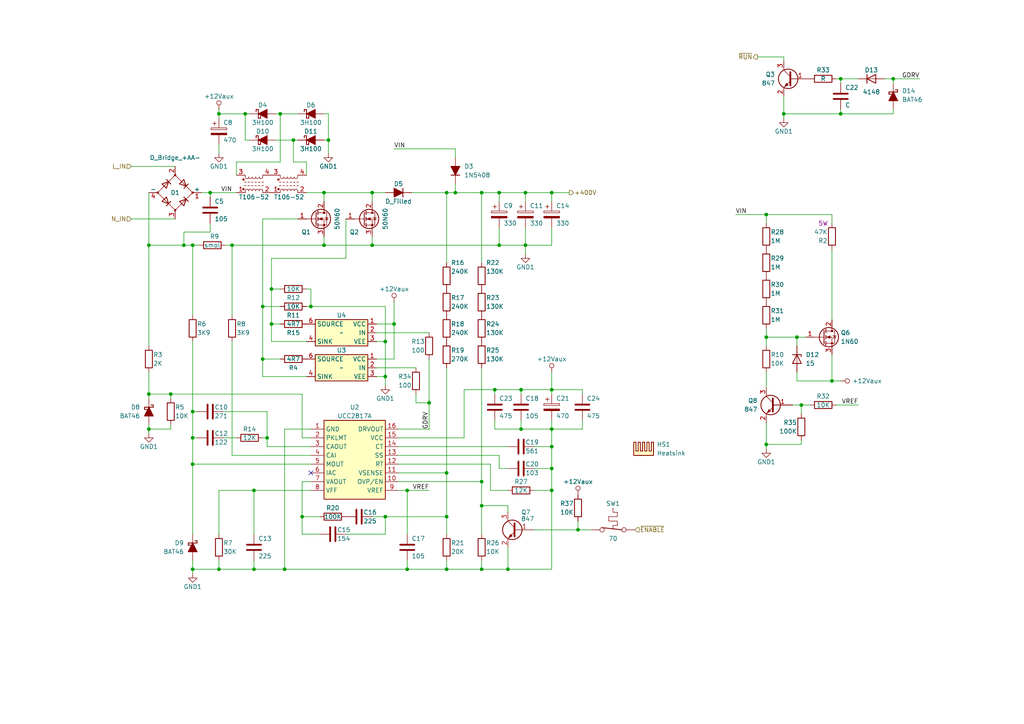
<source format=kicad_sch>
(kicad_sch (version 20230121) (generator eeschema)
  (paper "A4")
  (lib_symbols
    (symbol "Device:C" (pin_numbers hide) (pin_names (offset 0.254))
      (property "Reference" "C" (at 0.635 2.54 0))
      (property "Value" "C" (at 0.635 -2.54 0))
      (symbol "C_0_1"
        (polyline (pts (xy -2.032 -0.762) (xy 2.032 -0.762)) (stroke (width 0.508)))
        (polyline (pts (xy -2.032 0.762) (xy 2.032 0.762)) (stroke (width 0.508)))
      )
      (symbol "C_1_1"
        (pin passive line (at 0 3.81 270) (length 2.794) (name "~") (number "1"))
        (pin passive line (at 0 -3.81 90) (length 2.794) (name "~") (number "2"))
      )
    )
    (symbol "Device:C_Polarized" (pin_numbers hide) (pin_names (offset 0.254))
      (property "Reference" "C" (at 0.635 2.54 0))
      (property "Value" "C_Polarized" (at 0.635 -2.54 0))
      (symbol "C_Polarized_0_1"
        (rectangle (start -2.286 0.508) (end 2.286 1.016))
        (polyline (pts (xy -1.778 2.286) (xy -0.762 2.286)))
        (polyline (pts (xy -1.27 2.794) (xy -1.27 1.778)))
        (rectangle (start 2.286 -0.508) (end -2.286 -1.016) (fill (type outline)))
      )
      (symbol "C_Polarized_1_1"
        (pin passive line (at 0 3.81 270) (length 2.794) (name "~") (number "1"))
        (pin passive line (at 0 -3.81 90) (length 2.794) (name "~") (number "2"))
      )
    )
    (symbol "Device:D" (pin_numbers hide) (pin_names (offset 1.016) hide)
      (property "Reference" "D" (at 0 2.54 0))
      (property "Value" "D" (at 0 -2.54 0))
      (symbol "D_0_1"
        (polyline (pts (xy -1.27 1.27) (xy -1.27 -1.27)) (stroke (width 0.254)))
        (polyline (pts (xy 1.27 0) (xy -1.27 0)))
        (polyline (pts (xy 1.27 1.27) (xy 1.27 -1.27) (xy -1.27 0) (xy 1.27 1.27)) (stroke (width 0.254)))
      )
      (symbol "D_1_1"
        (pin passive line (at -3.81 0 0) (length 2.54) (name "K") (number "1"))
        (pin passive line (at 3.81 0 180) (length 2.54) (name "A") (number "2"))
      )
    )
    (symbol "Device:D_Bridge_+AA-" (pin_names (offset 0))
      (property "Reference" "D" (at 2.54 6.985 0))
      (property "Value" "D_Bridge_+AA-" (at 2.54 5.08 0))
      (symbol "D_Bridge_+AA-_0_1"
        (circle (center -5.08 0) (radius 0.254) (fill (type outline)))
        (circle (center 0 -5.08) (radius 0.254) (fill (type outline)))
        (polyline (pts (xy -2.54 3.81) (xy -1.27 2.54)) (stroke (width 0.254)))
        (polyline (pts (xy -1.27 -2.54) (xy -2.54 -3.81)) (stroke (width 0.254)))
        (polyline (pts (xy 2.54 -1.27) (xy 3.81 -2.54)) (stroke (width 0.254)))
        (polyline (pts (xy 2.54 1.27) (xy 3.81 2.54)) (stroke (width 0.254)))
        (polyline (pts (xy -3.81 2.54) (xy -2.54 1.27) (xy -1.905 3.175) (xy -3.81 2.54)) (stroke (width 0.254)))
        (polyline (pts (xy -2.54 -1.27) (xy -3.81 -2.54) (xy -1.905 -3.175) (xy -2.54 -1.27)) (stroke (width 0.254)))
        (polyline (pts (xy 1.27 2.54) (xy 2.54 3.81) (xy 3.175 1.905) (xy 1.27 2.54)) (stroke (width 0.254)))
        (polyline (pts (xy 3.175 -1.905) (xy 1.27 -2.54) (xy 2.54 -3.81) (xy 3.175 -1.905)) (stroke (width 0.254)))
        (polyline (pts (xy -5.08 0) (xy 0 -5.08) (xy 5.08 0) (xy 0 5.08) (xy -5.08 0)))
        (circle (center 0 5.08) (radius 0.254) (fill (type outline)))
        (circle (center 5.08 0) (radius 0.254) (fill (type outline)))
      )
      (symbol "D_Bridge_+AA-_1_1"
        (pin passive line (at 7.62 0 180) (length 2.54) (name "+") (number "1"))
        (pin passive line (at 0 7.62 270) (length 2.54) (name "~") (number "2"))
        (pin passive line (at 0 -7.62 90) (length 2.54) (name "~") (number "3"))
        (pin passive line (at -7.62 0 0) (length 2.54) (name "-") (number "4"))
      )
    )
    (symbol "Device:D_Filled" (pin_numbers hide) (pin_names (offset 1.016) hide)
      (property "Reference" "D" (at 0 2.54 0))
      (property "Value" "D_Filled" (at 0 -2.54 0))
      (symbol "D_Filled_0_1"
        (polyline (pts (xy -1.27 1.27) (xy -1.27 -1.27)) (stroke (width 0.254)))
        (polyline (pts (xy 1.27 0) (xy -1.27 0)))
        (polyline (pts (xy 1.27 1.27) (xy 1.27 -1.27) (xy -1.27 0) (xy 1.27 1.27)) (stroke (width 0.254)) (fill (type outline)))
      )
      (symbol "D_Filled_1_1"
        (pin passive line (at -3.81 0 0) (length 2.54) (name "K") (number "1"))
        (pin passive line (at 3.81 0 180) (length 2.54) (name "A") (number "2"))
      )
    )
    (symbol "Device:D_Schottky_Filled" (pin_numbers hide) (pin_names (offset 1.016) hide)
      (property "Reference" "D" (at 0 2.54 0))
      (property "Value" "D_Schottky_Filled" (at 0 -2.54 0))
      (symbol "D_Schottky_Filled_0_1"
        (polyline (pts (xy 1.27 0) (xy -1.27 0)))
        (polyline (pts (xy 1.27 1.27) (xy 1.27 -1.27) (xy -1.27 0) (xy 1.27 1.27)) (stroke (width 0.254)) (fill (type outline)))
        (polyline (pts (xy -1.905 0.635) (xy -1.905 1.27) (xy -1.27 1.27) (xy -1.27 -1.27) (xy -0.635 -1.27) (xy -0.635 -0.635)) (stroke (width 0.254)))
      )
      (symbol "D_Schottky_Filled_1_1"
        (pin passive line (at -3.81 0 0) (length 2.54) (name "K") (number "1"))
        (pin passive line (at 3.81 0 180) (length 2.54) (name "A") (number "2"))
      )
    )
    (symbol "Device:D_Zener" (pin_numbers hide) (pin_names (offset 1.016) hide)
      (property "Reference" "D" (at 0 2.54 0))
      (property "Value" "D_Zener" (at 0 -2.54 0))
      (symbol "D_Zener_0_1"
        (polyline (pts (xy 1.27 0) (xy -1.27 0)))
        (polyline (pts (xy -1.27 -1.27) (xy -1.27 1.27) (xy -0.762 1.27)) (stroke (width 0.254)))
        (polyline (pts (xy 1.27 -1.27) (xy 1.27 1.27) (xy -1.27 0) (xy 1.27 -1.27)) (stroke (width 0.254)))
      )
      (symbol "D_Zener_1_1"
        (pin passive line (at -3.81 0 0) (length 2.54) (name "K") (number "1"))
        (pin passive line (at 3.81 0 180) (length 2.54) (name "A") (number "2"))
      )
    )
    (symbol "Device:L_Ferrite_Coupled" (pin_names (offset 0.254) hide)
      (property "Reference" "L" (at 0 4.445 0))
      (property "Value" "L_Ferrite_Coupled" (at 0 -4.445 0))
      (symbol "L_Ferrite_Coupled_0_1"
        (circle (center -3.048 -1.27) (radius 0.254) (fill (type outline)))
        (circle (center -3.048 1.524) (radius 0.254) (fill (type outline)))
        (arc (start -2.54 2.032) (mid -2.032 1.5262) (end -1.524 2.032))
        (arc (start -1.524 -2.032) (mid -2.032 -1.5262) (end -2.54 -2.032))
        (arc (start -1.524 2.032) (mid -1.016 1.5262) (end -0.508 2.032))
        (arc (start -0.508 -2.032) (mid -1.016 -1.5262) (end -1.524 -2.032))
        (arc (start -0.508 2.032) (mid 0 1.5262) (end 0.508 2.032))
        (polyline (pts (xy -2.794 -0.508) (xy -2.286 -0.508)))
        (polyline (pts (xy -2.794 0.508) (xy -2.286 0.508)))
        (polyline (pts (xy -2.54 -2.032) (xy -2.54 -2.54)))
        (polyline (pts (xy -2.54 2.032) (xy -2.54 2.54)))
        (polyline (pts (xy -1.778 -0.508) (xy -1.27 -0.508)))
        (polyline (pts (xy -1.778 0.508) (xy -1.27 0.508)))
        (polyline (pts (xy -0.762 -0.508) (xy -0.254 -0.508)))
        (polyline (pts (xy -0.762 0.508) (xy -0.254 0.508)))
        (polyline (pts (xy 0.254 -0.508) (xy 0.762 -0.508)))
        (polyline (pts (xy 0.254 0.508) (xy 0.762 0.508)))
        (polyline (pts (xy 1.27 -0.508) (xy 1.778 -0.508)))
        (polyline (pts (xy 1.27 0.508) (xy 1.778 0.508)))
        (polyline (pts (xy 2.286 -0.508) (xy 2.794 -0.508)))
        (polyline (pts (xy 2.286 0.508) (xy 2.794 0.508)))
        (polyline (pts (xy 2.54 -2.032) (xy 2.54 -2.54)))
        (polyline (pts (xy 2.54 2.54) (xy 2.54 2.032)))
        (arc (start 0.508 -2.032) (mid 0 -1.5262) (end -0.508 -2.032))
        (arc (start 0.508 2.032) (mid 1.016 1.5262) (end 1.524 2.032))
        (arc (start 1.524 -2.032) (mid 1.016 -1.5262) (end 0.508 -2.032))
        (arc (start 1.524 2.032) (mid 2.032 1.5262) (end 2.54 2.032))
        (arc (start 2.54 -2.032) (mid 2.032 -1.5262) (end 1.524 -2.032))
      )
      (symbol "L_Ferrite_Coupled_1_1"
        (pin passive line (at -5.08 2.54 0) (length 2.54) (name "1") (number "1"))
        (pin passive line (at 5.08 2.54 180) (length 2.54) (name "2") (number "2"))
        (pin passive line (at -5.08 -2.54 0) (length 2.54) (name "3") (number "3"))
        (pin passive line (at 5.08 -2.54 180) (length 2.54) (name "4") (number "4"))
      )
    )
    (symbol "Device:Q_NMOS_GDS" (pin_names (offset 0) hide)
      (property "Reference" "Q" (at 5.08 1.27 0))
      (property "Value" "Q_NMOS_GDS" (at 5.08 -1.27 0))
      (symbol "Q_NMOS_GDS_0_1"
        (polyline (pts (xy 0.254 0) (xy -2.54 0)))
        (polyline (pts (xy 0.254 1.905) (xy 0.254 -1.905)) (stroke (width 0.254)))
        (polyline (pts (xy 0.762 -1.27) (xy 0.762 -2.286)) (stroke (width 0.254)))
        (polyline (pts (xy 0.762 0.508) (xy 0.762 -0.508)) (stroke (width 0.254)))
        (polyline (pts (xy 0.762 2.286) (xy 0.762 1.27)) (stroke (width 0.254)))
        (polyline (pts (xy 2.54 2.54) (xy 2.54 1.778)))
        (polyline (pts (xy 2.54 -2.54) (xy 2.54 0) (xy 0.762 0)))
        (polyline (pts (xy 0.762 -1.778) (xy 3.302 -1.778) (xy 3.302 1.778) (xy 0.762 1.778)))
        (polyline (pts (xy 1.016 0) (xy 2.032 0.381) (xy 2.032 -0.381) (xy 1.016 0)) (fill (type outline)))
        (polyline (pts (xy 2.794 0.508) (xy 2.921 0.381) (xy 3.683 0.381) (xy 3.81 0.254)))
        (polyline (pts (xy 3.302 0.381) (xy 2.921 -0.254) (xy 3.683 -0.254) (xy 3.302 0.381)))
        (circle (center 1.651 0) (radius 2.794) (stroke (width 0.254)))
        (circle (center 2.54 -1.778) (radius 0.254) (fill (type outline)))
        (circle (center 2.54 1.778) (radius 0.254) (fill (type outline)))
      )
      (symbol "Q_NMOS_GDS_1_1"
        (pin input line (at -5.08 0 0) (length 2.54) (name "G") (number "1"))
        (pin passive line (at 2.54 5.08 270) (length 2.54) (name "D") (number "2"))
        (pin passive line (at 2.54 -5.08 90) (length 2.54) (name "S") (number "3"))
      )
    )
    (symbol "Device:Q_NPN_BEC" (pin_names (offset 0) hide)
      (property "Reference" "Q" (at 5.08 1.27 0))
      (property "Value" "Q_NPN_BEC" (at 5.08 -1.27 0))
      (symbol "Q_NPN_BEC_0_1"
        (polyline (pts (xy 0.635 0.635) (xy 2.54 2.54)))
        (polyline (pts (xy 0.635 -0.635) (xy 2.54 -2.54) (xy 2.54 -2.54)))
        (polyline (pts (xy 0.635 1.905) (xy 0.635 -1.905) (xy 0.635 -1.905)) (stroke (width 0.508)))
        (polyline (pts (xy 1.27 -1.778) (xy 1.778 -1.27) (xy 2.286 -2.286) (xy 1.27 -1.778) (xy 1.27 -1.778)) (fill (type outline)))
        (circle (center 1.27 0) (radius 2.8194) (stroke (width 0.254)))
      )
      (symbol "Q_NPN_BEC_1_1"
        (pin input line (at -5.08 0 0) (length 5.715) (name "B") (number "1"))
        (pin passive line (at 2.54 -5.08 90) (length 2.54) (name "E") (number "2"))
        (pin passive line (at 2.54 5.08 270) (length 2.54) (name "C") (number "3"))
      )
    )
    (symbol "Device:R" (pin_numbers hide) (pin_names (offset 0))
      (property "Reference" "R" (at 2.032 0 90))
      (property "Value" "R" (at 0 0 90))
      (symbol "R_0_1"
        (rectangle (start -1.016 -2.54) (end 1.016 2.54) (stroke (width 0.254)))
      )
      (symbol "R_1_1"
        (pin passive line (at 0 3.81 270) (length 1.27) (name "~") (number "1"))
        (pin passive line (at 0 -3.81 90) (length 1.27) (name "~") (number "2"))
      )
    )
    (symbol "HR-Parts:THERMOSTAT_NC" (pin_numbers hide) (pin_names (offset 0))
      (property "Reference" "SW" (at 0 2.54 0))
      (property "Value" "THERMOSTAT_NC" (at 0 -7.62 0))
      (symbol "THERMOSTAT_NC_0_0"
        (circle (center -3.175 0) (radius 0.635))
        (circle (center 3.175 0) (radius 0.635))
      )
      (symbol "THERMOSTAT_NC_0_1"
        (polyline (pts (xy -2.54 0) (xy 3.175 -0.635)) (stroke (width 0.254)))
        (polyline (pts (xy 0 -0.254) (xy 0 -1.27) (xy -1.27 -1.27) (xy -1.27 -2.54) (xy 1.27 -2.54) (xy 1.27 -3.81) (xy -1.27 -3.81) (xy -1.27 -5.08) (xy 0 -5.08) (xy 0 -6.35)))
      )
      (symbol "THERMOSTAT_NC_1_1"
        (pin input line (at -6.35 0 0) (length 2.54) (name "") (number "1"))
        (pin input line (at 6.35 0 180) (length 2.54) (name "") (number "2"))
      )
    )
    (symbol "HR-Parts:ZXGD3005E6"
      (property "Reference" "U" (at 0 5.08 0))
      (symbol "ZXGD3005E6_1_1"
        (rectangle (start -7.62 3.81) (end 7.62 -3.81) (stroke (width 0.254)) (fill (type background)))
        (pin power_in line (at -10.16 2.54 0) (length 2.54) (name "VCC") (number "1"))
        (pin input line (at -10.16 0 0) (length 2.54) (name "IN") (number "2"))
        (pin power_in line (at -10.16 -2.54 0) (length 2.54) (name "VEE") (number "3"))
        (pin power_out line (at 10.16 -2.54 180) (length 2.54) (name "SINK") (number "4"))
        (pin no_connect line (at 6.35 0 180) (length 2.54) hide (name "DNC") (number "5"))
        (pin power_out line (at 10.16 2.54 180) (length 2.54) (name "SOURCE") (number "6"))
      )
    )
    (symbol "HR-parts:+12Vaux" (power) (pin_numbers hide) (pin_names (offset 0))
      (property "Value" "+12Vaux" (at 0 3.81 0))
      (symbol "+12Vaux_0_0"
        (pin power_in line (at 0 0 90) (length 0) hide (name "+12Vaux") (number "1"))
      )
      (symbol "+12Vaux_0_1"
        (polyline (pts (xy 0 0) (xy 0 1.27)))
        (circle (center 0 1.905) (radius 0.635))
      )
    )
    (symbol "HR-parts:UCC2817A"
      (property "Reference" "U" (at 0 -13.97 0))
      (property "Value" "UCC2817A" (at 0 11.43 0))
      (symbol "UCC2817A_0_1"
        (rectangle (start -8.89 10.16) (end 8.89 -12.7) (stroke (width 0.254)) (fill (type background)))
      )
      (symbol "UCC2817A_1_1"
        (pin power_in line (at -12.7 7.62 0) (length 3.81) (name "GND") (number "1"))
        (pin input line (at 12.7 -7.62 180) (length 3.81) (name "OVP/EN") (number "10"))
        (pin input line (at 12.7 -5.08 180) (length 3.81) (name "VSENSE") (number "11"))
        (pin input line (at 12.7 -2.54 180) (length 3.81) (name "RT") (number "12"))
        (pin input line (at 12.7 0 180) (length 3.81) (name "SS") (number "13"))
        (pin input line (at 12.7 2.54 180) (length 3.81) (name "CT") (number "14"))
        (pin power_in line (at 12.7 5.08 180) (length 3.81) (name "VCC") (number "15"))
        (pin power_out line (at 12.7 7.62 180) (length 3.81) (name "DRVOUT") (number "16"))
        (pin input line (at -12.7 5.08 0) (length 3.81) (name "PKLMT") (number "2"))
        (pin output line (at -12.7 2.54 0) (length 3.81) (name "CAOUT") (number "3"))
        (pin input line (at -12.7 0 0) (length 3.81) (name "CAI") (number "4"))
        (pin bidirectional line (at -12.7 -2.54 0) (length 3.81) (name "MOUT") (number "5"))
        (pin input line (at -12.7 -5.08 0) (length 3.81) (name "IAC") (number "6"))
        (pin output line (at -12.7 -7.62 0) (length 3.81) (name "VAOUT") (number "7"))
        (pin input line (at -12.7 -10.16 0) (length 3.81) (name "VFF") (number "8"))
        (pin output line (at 12.7 -10.16 180) (length 3.81) (name "VREF") (number "9"))
      )
    )
    (symbol "Mechanical:Heatsink" (pin_names (offset 1.016))
      (property "Reference" "HS" (at 0 5.08 0))
      (property "Value" "Heatsink" (at 0 -1.27 0))
      (symbol "Heatsink_0_1"
        (polyline (pts (xy -0.3302 1.27) (xy -0.9652 1.27) (xy -0.9652 3.81) (xy -1.6002 3.81) (xy -1.6002 1.27) (xy -2.2352 1.27) (xy -2.2352 3.81) (xy -2.8702 3.81) (xy -2.8702 0) (xy -0.9652 0)) (stroke (width 0.254)) (fill (type background)))
        (polyline (pts (xy -0.3302 1.27) (xy -0.3302 3.81) (xy 0.3048 3.81) (xy 0.3048 1.27) (xy 0.9398 1.27) (xy 0.9398 3.81) (xy 1.5748 3.81) (xy 1.5748 1.27) (xy 2.2098 1.27) (xy 2.2098 3.81) (xy 2.8448 3.81) (xy 2.8448 0) (xy -0.9652 0)) (stroke (width 0.254)) (fill (type background)))
      )
    )
    (symbol "power:GND1" (power) (pin_names (offset 0))
      (property "Value" "GND1" (at 0 -3.81 0))
      (symbol "GND1_0_1"
        (polyline (pts (xy 0 0) (xy 0 -1.27) (xy 1.27 -1.27) (xy 0 -2.54) (xy -1.27 -1.27) (xy 0 -1.27)))
      )
      (symbol "GND1_1_1"
        (pin power_in line (at 0 0 270) (length 0) hide (name "GND1") (number "1"))
      )
    )
  )
  (junction (at 43.18 114.3))
  (junction (at 76.2 104.14))
  (junction (at 55.88 134.62))
  (junction (at 118.11 142.24))
  (junction (at 53.34 71.12))
  (junction (at 160.02 129.54))
  (junction (at 139.7 55.88))
  (junction (at 93.98 71.12))
  (junction (at 55.88 165.1))
  (junction (at 139.7 139.7))
  (junction (at 232.41 117.475))
  (junction (at 144.78 71.12))
  (junction (at 67.31 71.12))
  (junction (at 81.28 33.02))
  (junction (at 160.02 124.46))
  (junction (at 129.54 137.16))
  (junction (at 129.54 165.1))
  (junction (at 111.76 109.22))
  (junction (at 76.2 88.9))
  (junction (at 222.25 97.79))
  (junction (at 152.4 55.88))
  (junction (at 259.08 22.86))
  (junction (at 78.74 83.82))
  (junction (at 90.17 88.9))
  (junction (at 152.4 71.12))
  (junction (at 160.02 55.88))
  (junction (at 139.7 165.1))
  (junction (at 43.18 124.46))
  (junction (at 63.5 33.02))
  (junction (at 151.13 124.46))
  (junction (at 118.11 165.1))
  (junction (at 222.25 62.23))
  (junction (at 243.84 33.02))
  (junction (at 63.5 165.1))
  (junction (at 222.25 128.905))
  (junction (at 124.46 116.84))
  (junction (at 167.64 153.67))
  (junction (at 71.12 33.02))
  (junction (at 160.02 142.24))
  (junction (at 43.18 71.12))
  (junction (at 82.55 165.1))
  (junction (at 160.02 135.89))
  (junction (at 111.76 149.86))
  (junction (at 241.3 110.49))
  (junction (at 78.74 93.98))
  (junction (at 111.76 99.06))
  (junction (at 87.63 149.86))
  (junction (at 49.53 114.3))
  (junction (at 243.84 22.86))
  (junction (at 95.25 40.64))
  (junction (at 147.32 165.1))
  (junction (at 129.54 55.88))
  (junction (at 107.95 55.88))
  (junction (at 107.95 71.12))
  (junction (at 73.66 142.24))
  (junction (at 144.78 55.88))
  (junction (at 151.13 113.03))
  (junction (at 73.66 165.1))
  (junction (at 114.3 93.98))
  (junction (at 60.96 55.88))
  (junction (at 160.02 113.03))
  (junction (at 143.51 113.03))
  (junction (at 93.98 55.88))
  (junction (at 55.88 127))
  (junction (at 231.14 97.79))
  (junction (at 77.47 127))
  (junction (at 139.7 146.685))
  (junction (at 55.88 71.12))
  (junction (at 132.08 55.88))
  (junction (at 129.54 149.86))
  (junction (at 55.88 119.38))
  (junction (at 227.33 33.02))
  (junction (at 85.09 40.64))
  (no_connect (at 90.17 137.16))
  (wire (pts (xy 63.5 165.1) (xy 73.66 165.1)))
  (wire (pts (xy 95.25 40.64) (xy 93.98 40.64)))
  (wire (pts (xy 115.57 132.08) (xy 144.78 132.08)))
  (wire (pts (xy 107.95 68.58) (xy 107.95 71.12)))
  (wire (pts (xy 144.78 55.88) (xy 152.4 55.88)))
  (wire (pts (xy 43.18 124.46) (xy 49.53 124.46)))
  (wire (pts (xy 55.88 127) (xy 57.15 127)))
  (wire (pts (xy 90.17 88.9) (xy 90.17 83.82)))
  (wire (pts (xy 227.33 27.94) (xy 227.33 33.02)))
  (wire (pts (xy 93.98 71.12) (xy 107.95 71.12)))
  (wire (pts (xy 115.57 134.62) (xy 142.24 134.62)))
  (wire (pts (xy 241.3 72.39) (xy 241.3 92.71)))
  (wire (pts (xy 67.31 99.06) (xy 67.31 132.08)))
  (wire (pts (xy 63.5 165.1) (xy 55.88 165.1)))
  (wire (pts (xy 78.74 93.98) (xy 81.28 93.98)))
  (wire (pts (xy 87.63 139.7) (xy 87.63 149.86)))
  (wire (pts (xy 111.76 99.06) (xy 109.22 99.06)))
  (wire (pts (xy 114.3 104.14) (xy 114.3 93.98)))
  (wire (pts (xy 118.11 142.24) (xy 124.46 142.24)))
  (wire (pts (xy 63.5 33.02) (xy 63.5 34.29)))
  (wire (pts (xy 222.25 107.95) (xy 222.25 112.395)))
  (wire (pts (xy 160.02 71.12) (xy 160.02 66.04)))
  (wire (pts (xy 227.33 33.02) (xy 243.84 33.02)))
  (wire (pts (xy 129.54 149.86) (xy 129.54 154.94)))
  (wire (pts (xy 124.46 116.84) (xy 124.46 104.14)))
  (wire (pts (xy 78.74 93.98) (xy 78.74 99.06)))
  (wire (pts (xy 55.88 71.12) (xy 55.88 91.44)))
  (wire (pts (xy 213.36 62.23) (xy 222.25 62.23)))
  (wire (pts (xy 115.57 129.54) (xy 147.32 129.54)))
  (wire (pts (xy 231.14 97.79) (xy 231.14 100.33)))
  (wire (pts (xy 259.08 22.86) (xy 259.08 24.13)))
  (wire (pts (xy 124.46 116.84) (xy 124.46 124.46)))
  (wire (pts (xy 87.63 154.94) (xy 92.71 154.94)))
  (wire (pts (xy 160.02 55.88) (xy 160.02 58.42)))
  (wire (pts (xy 88.9 46.99) (xy 85.09 46.99)))
  (wire (pts (xy 144.78 71.12) (xy 152.4 71.12)))
  (wire (pts (xy 259.08 22.86) (xy 266.7 22.86)))
  (wire (pts (xy 139.7 165.1) (xy 147.32 165.1)))
  (wire (pts (xy 243.84 33.02) (xy 259.08 33.02)))
  (wire (pts (xy 143.51 124.46) (xy 151.13 124.46)))
  (wire (pts (xy 43.18 71.12) (xy 43.18 100.33)))
  (wire (pts (xy 43.18 125.73) (xy 43.18 124.46)))
  (wire (pts (xy 60.96 64.77) (xy 60.96 67.31)))
  (wire (pts (xy 78.74 74.93) (xy 100.33 74.93)))
  (wire (pts (xy 111.76 149.86) (xy 129.54 149.86)))
  (wire (pts (xy 95.25 33.02) (xy 95.25 40.64)))
  (wire (pts (xy 77.47 129.54) (xy 90.17 129.54)))
  (wire (pts (xy 63.5 142.24) (xy 63.5 154.94)))
  (wire (pts (xy 43.18 114.3) (xy 43.18 115.57)))
  (wire (pts (xy 139.7 106.68) (xy 139.7 139.7)))
  (wire (pts (xy 115.57 137.16) (xy 129.54 137.16)))
  (wire (pts (xy 151.13 113.03) (xy 151.13 114.3)))
  (wire (pts (xy 118.11 142.24) (xy 115.57 142.24)))
  (wire (pts (xy 118.11 165.1) (xy 129.54 165.1)))
  (wire (pts (xy 115.57 127) (xy 134.62 127)))
  (wire (pts (xy 76.2 63.5) (xy 86.36 63.5)))
  (wire (pts (xy 234.95 117.475) (xy 232.41 117.475)))
  (wire (pts (xy 132.08 53.34) (xy 132.08 55.88)))
  (wire (pts (xy 154.94 153.67) (xy 167.64 153.67)))
  (wire (pts (xy 160.02 124.46) (xy 160.02 121.92)))
  (wire (pts (xy 154.94 135.89) (xy 160.02 135.89)))
  (wire (pts (xy 114.3 87.63) (xy 114.3 93.98)))
  (wire (pts (xy 78.74 74.93) (xy 78.74 83.82)))
  (wire (pts (xy 76.2 127) (xy 77.47 127)))
  (wire (pts (xy 82.55 165.1) (xy 118.11 165.1)))
  (wire (pts (xy 107.95 71.12) (xy 144.78 71.12)))
  (wire (pts (xy 76.2 109.22) (xy 88.9 109.22)))
  (wire (pts (xy 160.02 165.1) (xy 160.02 142.24)))
  (wire (pts (xy 73.66 142.24) (xy 73.66 154.94)))
  (wire (pts (xy 222.25 97.79) (xy 231.14 97.79)))
  (wire (pts (xy 129.54 55.88) (xy 132.08 55.88)))
  (wire (pts (xy 222.25 95.25) (xy 222.25 97.79)))
  (wire (pts (xy 55.88 134.62) (xy 55.88 154.94)))
  (wire (pts (xy 43.18 124.46) (xy 43.18 123.19)))
  (wire (pts (xy 168.91 121.92) (xy 168.91 124.46)))
  (wire (pts (xy 73.66 162.56) (xy 73.66 165.1)))
  (wire (pts (xy 222.25 62.23) (xy 241.3 62.23)))
  (wire (pts (xy 43.18 55.88) (xy 43.18 71.12)))
  (wire (pts (xy 64.77 127) (xy 68.58 127)))
  (wire (pts (xy 55.88 165.1) (xy 55.88 162.56)))
  (wire (pts (xy 55.88 99.06) (xy 55.88 119.38)))
  (wire (pts (xy 219.71 16.51) (xy 227.33 16.51)))
  (wire (pts (xy 76.2 104.14) (xy 81.28 104.14)))
  (wire (pts (xy 160.02 124.46) (xy 168.91 124.46)))
  (wire (pts (xy 60.96 55.88) (xy 68.58 55.88)))
  (wire (pts (xy 152.4 71.12) (xy 160.02 71.12)))
  (wire (pts (xy 55.88 127) (xy 55.88 134.62)))
  (wire (pts (xy 109.22 104.14) (xy 114.3 104.14)))
  (wire (pts (xy 143.51 121.92) (xy 143.51 124.46)))
  (wire (pts (xy 100.33 154.94) (xy 111.76 154.94)))
  (wire (pts (xy 160.02 113.03) (xy 160.02 114.3)))
  (wire (pts (xy 63.5 41.91) (xy 63.5 44.45)))
  (wire (pts (xy 49.53 114.3) (xy 87.63 114.3)))
  (wire (pts (xy 87.63 127) (xy 90.17 127)))
  (wire (pts (xy 160.02 55.88) (xy 165.1 55.88)))
  (wire (pts (xy 63.5 33.02) (xy 71.12 33.02)))
  (wire (pts (xy 151.13 124.46) (xy 160.02 124.46)))
  (wire (pts (xy 143.51 113.03) (xy 143.51 114.3)))
  (wire (pts (xy 160.02 142.24) (xy 160.02 135.89)))
  (wire (pts (xy 160.02 135.89) (xy 160.02 129.54)))
  (wire (pts (xy 38.1 63.5) (xy 50.8 63.5)))
  (wire (pts (xy 168.91 113.03) (xy 168.91 114.3)))
  (wire (pts (xy 147.32 148.59) (xy 147.32 146.685)))
  (wire (pts (xy 76.2 88.9) (xy 76.2 104.14)))
  (wire (pts (xy 231.14 97.79) (xy 233.68 97.79)))
  (wire (pts (xy 67.31 132.08) (xy 90.17 132.08)))
  (wire (pts (xy 147.32 135.89) (xy 144.78 135.89)))
  (wire (pts (xy 129.54 137.16) (xy 129.54 149.86)))
  (wire (pts (xy 231.14 107.95) (xy 231.14 110.49)))
  (wire (pts (xy 78.74 83.82) (xy 78.74 93.98)))
  (wire (pts (xy 129.54 55.88) (xy 129.54 76.2)))
  (wire (pts (xy 139.7 55.88) (xy 144.78 55.88)))
  (wire (pts (xy 80.01 40.64) (xy 85.09 40.64)))
  (wire (pts (xy 90.17 88.9) (xy 111.76 88.9)))
  (wire (pts (xy 49.53 114.3) (xy 43.18 114.3)))
  (wire (pts (xy 53.34 71.12) (xy 55.88 71.12)))
  (wire (pts (xy 160.02 107.95) (xy 160.02 113.03)))
  (wire (pts (xy 85.09 46.99) (xy 85.09 40.64)))
  (wire (pts (xy 139.7 165.1) (xy 139.7 162.56)))
  (wire (pts (xy 111.76 149.86) (xy 107.95 149.86)))
  (wire (pts (xy 81.28 33.02) (xy 86.36 33.02)))
  (wire (pts (xy 87.63 149.86) (xy 87.63 154.94)))
  (wire (pts (xy 55.88 119.38) (xy 57.15 119.38)))
  (wire (pts (xy 115.57 139.7) (xy 139.7 139.7)))
  (wire (pts (xy 129.54 165.1) (xy 139.7 165.1)))
  (wire (pts (xy 139.7 146.685) (xy 147.32 146.685)))
  (wire (pts (xy 85.09 40.64) (xy 86.36 40.64)))
  (wire (pts (xy 231.14 110.49) (xy 241.3 110.49)))
  (wire (pts (xy 76.2 104.14) (xy 76.2 109.22)))
  (wire (pts (xy 55.88 119.38) (xy 55.88 127)))
  (wire (pts (xy 120.65 114.3) (xy 120.65 116.84)))
  (wire (pts (xy 147.32 158.75) (xy 147.32 165.1)))
  (wire (pts (xy 241.3 62.23) (xy 241.3 64.77)))
  (wire (pts (xy 151.13 113.03) (xy 160.02 113.03)))
  (wire (pts (xy 227.33 16.51) (xy 227.33 17.78)))
  (wire (pts (xy 259.08 33.02) (xy 259.08 31.75)))
  (wire (pts (xy 154.94 142.24) (xy 160.02 142.24)))
  (wire (pts (xy 144.78 66.04) (xy 144.78 71.12)))
  (wire (pts (xy 134.62 113.03) (xy 143.51 113.03)))
  (wire (pts (xy 160.02 113.03) (xy 168.91 113.03)))
  (wire (pts (xy 63.5 31.75) (xy 63.5 33.02)))
  (wire (pts (xy 243.84 31.75) (xy 243.84 33.02)))
  (wire (pts (xy 152.4 55.88) (xy 152.4 58.42)))
  (wire (pts (xy 147.32 165.1) (xy 160.02 165.1)))
  (wire (pts (xy 151.13 121.92) (xy 151.13 124.46)))
  (wire (pts (xy 256.54 22.86) (xy 259.08 22.86)))
  (wire (pts (xy 55.88 165.1) (xy 55.88 166.37)))
  (wire (pts (xy 49.53 124.46) (xy 49.53 123.19)))
  (wire (pts (xy 111.76 88.9) (xy 111.76 99.06)))
  (wire (pts (xy 109.22 96.52) (xy 124.46 96.52)))
  (wire (pts (xy 78.74 83.82) (xy 81.28 83.82)))
  (wire (pts (xy 144.78 135.89) (xy 144.78 132.08)))
  (wire (pts (xy 142.24 142.24) (xy 147.32 142.24)))
  (wire (pts (xy 73.66 165.1) (xy 82.55 165.1)))
  (wire (pts (xy 139.7 55.88) (xy 139.7 76.2)))
  (wire (pts (xy 160.02 124.46) (xy 160.02 129.54)))
  (wire (pts (xy 114.3 93.98) (xy 109.22 93.98)))
  (wire (pts (xy 38.1 48.26) (xy 50.8 48.26)))
  (wire (pts (xy 90.17 83.82) (xy 88.9 83.82)))
  (wire (pts (xy 118.11 162.56) (xy 118.11 165.1)))
  (wire (pts (xy 243.84 22.86) (xy 248.92 22.86)))
  (wire (pts (xy 93.98 33.02) (xy 95.25 33.02)))
  (wire (pts (xy 243.84 22.86) (xy 243.84 24.13)))
  (wire (pts (xy 88.9 88.9) (xy 90.17 88.9)))
  (wire (pts (xy 139.7 146.685) (xy 139.7 154.94)))
  (wire (pts (xy 43.18 71.12) (xy 53.34 71.12)))
  (wire (pts (xy 152.4 66.04) (xy 152.4 71.12)))
  (wire (pts (xy 129.54 106.68) (xy 129.54 137.16)))
  (wire (pts (xy 222.25 64.77) (xy 222.25 62.23)))
  (wire (pts (xy 111.76 111.76) (xy 111.76 109.22)))
  (wire (pts (xy 76.2 88.9) (xy 81.28 88.9)))
  (wire (pts (xy 241.3 110.49) (xy 243.84 110.49)))
  (wire (pts (xy 53.34 67.31) (xy 53.34 71.12)))
  (wire (pts (xy 111.76 154.94) (xy 111.76 149.86)))
  (wire (pts (xy 167.64 153.67) (xy 171.45 153.67)))
  (wire (pts (xy 58.42 55.88) (xy 60.96 55.88)))
  (wire (pts (xy 118.11 142.24) (xy 118.11 154.94)))
  (wire (pts (xy 63.5 142.24) (xy 73.66 142.24)))
  (wire (pts (xy 60.96 67.31) (xy 53.34 67.31)))
  (wire (pts (xy 76.2 63.5) (xy 76.2 88.9)))
  (wire (pts (xy 77.47 127) (xy 77.47 129.54)))
  (wire (pts (xy 129.54 162.56) (xy 129.54 165.1)))
  (wire (pts (xy 95.25 40.64) (xy 95.25 44.45)))
  (wire (pts (xy 232.41 117.475) (xy 232.41 120.015)))
  (wire (pts (xy 88.9 55.88) (xy 93.98 55.88)))
  (wire (pts (xy 63.5 162.56) (xy 63.5 165.1)))
  (wire (pts (xy 64.77 119.38) (xy 77.47 119.38)))
  (wire (pts (xy 49.53 114.3) (xy 49.53 115.57)))
  (wire (pts (xy 43.18 107.95) (xy 43.18 114.3)))
  (wire (pts (xy 152.4 71.12) (xy 152.4 73.66)))
  (wire (pts (xy 88.9 50.8) (xy 88.9 46.99)))
  (wire (pts (xy 107.95 55.88) (xy 107.95 58.42)))
  (wire (pts (xy 232.41 127.635) (xy 232.41 128.905)))
  (wire (pts (xy 242.57 22.86) (xy 243.84 22.86)))
  (wire (pts (xy 71.12 40.64) (xy 71.12 33.02)))
  (wire (pts (xy 65.405 71.12) (xy 67.31 71.12)))
  (wire (pts (xy 222.25 128.905) (xy 222.25 122.555)))
  (wire (pts (xy 222.25 97.79) (xy 222.25 100.33)))
  (wire (pts (xy 248.92 117.475) (xy 242.57 117.475)))
  (wire (pts (xy 139.7 139.7) (xy 139.7 146.685)))
  (wire (pts (xy 60.96 55.88) (xy 60.96 57.15)))
  (wire (pts (xy 144.78 55.88) (xy 144.78 58.42)))
  (wire (pts (xy 55.88 134.62) (xy 90.17 134.62)))
  (wire (pts (xy 100.33 63.5) (xy 100.33 74.93)))
  (wire (pts (xy 82.55 124.46) (xy 82.55 165.1)))
  (wire (pts (xy 222.25 130.175) (xy 222.25 128.905)))
  (wire (pts (xy 78.74 99.06) (xy 88.9 99.06)))
  (wire (pts (xy 143.51 113.03) (xy 151.13 113.03)))
  (wire (pts (xy 232.41 117.475) (xy 229.87 117.475)))
  (wire (pts (xy 132.08 43.18) (xy 132.08 45.72)))
  (wire (pts (xy 87.63 114.3) (xy 87.63 127)))
  (wire (pts (xy 67.31 71.12) (xy 67.31 91.44)))
  (wire (pts (xy 142.24 134.62) (xy 142.24 142.24)))
  (wire (pts (xy 115.57 124.46) (xy 124.46 124.46)))
  (wire (pts (xy 109.22 106.68) (xy 120.65 106.68)))
  (wire (pts (xy 80.01 33.02) (xy 81.28 33.02)))
  (wire (pts (xy 68.58 50.8) (xy 68.58 46.99)))
  (wire (pts (xy 93.98 55.88) (xy 93.98 58.42)))
  (wire (pts (xy 107.95 55.88) (xy 111.76 55.88)))
  (wire (pts (xy 152.4 55.88) (xy 160.02 55.88)))
  (wire (pts (xy 71.12 33.02) (xy 72.39 33.02)))
  (wire (pts (xy 55.88 71.12) (xy 57.785 71.12)))
  (wire (pts (xy 72.39 40.64) (xy 71.12 40.64)))
  (wire (pts (xy 167.64 151.13) (xy 167.64 153.67)))
  (wire (pts (xy 120.65 116.84) (xy 124.46 116.84)))
  (wire (pts (xy 77.47 119.38) (xy 77.47 127)))
  (wire (pts (xy 132.08 55.88) (xy 139.7 55.88)))
  (wire (pts (xy 134.62 127) (xy 134.62 113.03)))
  (wire (pts (xy 90.17 139.7) (xy 87.63 139.7)))
  (wire (pts (xy 227.33 33.02) (xy 227.33 34.29)))
  (wire (pts (xy 109.22 109.22) (xy 111.76 109.22)))
  (wire (pts (xy 68.58 46.99) (xy 81.28 46.99)))
  (wire (pts (xy 93.98 55.88) (xy 107.95 55.88)))
  (wire (pts (xy 67.31 71.12) (xy 93.98 71.12)))
  (wire (pts (xy 111.76 109.22) (xy 111.76 99.06)))
  (wire (pts (xy 90.17 124.46) (xy 82.55 124.46)))
  (wire (pts (xy 119.38 55.88) (xy 129.54 55.88)))
  (wire (pts (xy 81.28 46.99) (xy 81.28 33.02)))
  (wire (pts (xy 114.3 43.18) (xy 132.08 43.18)))
  (wire (pts (xy 93.98 68.58) (xy 93.98 71.12)))
  (wire (pts (xy 73.66 142.24) (xy 90.17 142.24)))
  (wire (pts (xy 232.41 128.905) (xy 222.25 128.905)))
  (wire (pts (xy 241.3 102.87) (xy 241.3 110.49)))
  (wire (pts (xy 87.63 149.86) (xy 92.71 149.86)))
  (wire (pts (xy 160.02 129.54) (xy 154.94 129.54)))
  (label "VREF" (at 248.92 117.475 180))
  (label "VREF" (at 124.46 142.24 180))
  (label "VIN" (at 213.36 62.23 0))
  (label "GDRV" (at 124.46 124.46 90))
  (label "VIN" (at 114.3 43.18 0))
  (label "VIN" (at 67.31 55.88 180))
  (label "GDRV" (at 266.7 22.86 180))
  (hierarchical_label "~{RUN}" (shape output) (at 219.71 16.51 180))
  (hierarchical_label "~{ENABLE}" (shape input) (at 184.15 153.67 0))
  (hierarchical_label "+400V" (shape output) (at 165.1 55.88 0))
  (hierarchical_label "L_IN" (shape input) (at 38.1 48.26 180))
  (hierarchical_label "N_IN" (shape input) (at 38.1 63.5 180))
  (symbol (lib_id "power:GND1") (at 63.5 44.45 0) (mirror y) (unit 1)
    (property "Reference" "#PWR012" (effects hide))
    (property "Value" "GND1" (at 63.5 48.26 0))
  )
  (symbol (lib_id "Device:R") (at 232.41 123.825 0) (mirror y) (unit 1)
    (property "Reference" "R35" (at 231.14 122.555 0) (effects (justify left)))
    (property "Value" "100K" (at 231.14 125.095 0) (effects (justify left)))
    (property "Footprint" "Resistor_SMD:R_0805_2012Metric" (effects hide))
  )
  (symbol (lib_id "Device:C_Polarized") (at 160.02 62.23 0) (unit 1)
    (property "Reference" "C14" (at 161.29 59.69 0) (effects (justify left)))
    (property "Value" "330" (at 161.29 64.77 0) (effects (justify left)))
    (property "Footprint" "Capacitor_THT:CP_Radial_D30.0mm_P10.00mm_SnapIn" (effects hide))
  )
  (symbol (lib_id "Device:C_Polarized") (at 152.4 62.23 0) (unit 1)
    (property "Reference" "C11" (at 153.67 59.69 0) (effects (justify left)))
    (property "Value" "330" (at 153.67 64.77 0) (effects (justify left)))
    (property "Footprint" "Capacitor_THT:CP_Radial_D30.0mm_P10.00mm_SnapIn" (effects hide))
  )
  (symbol (lib_id "Device:Q_NMOS_GDS") (at 238.76 97.79 0) (unit 1)
    (property "Reference" "Q6" (at 243.84 96.52 0) (effects (justify left)))
    (property "Value" "1N60" (at 243.84 99.06 0) (effects (justify left)))
    (property "Footprint" "HR_Parts:TO-220-3_Vertical_Staggered" (effects hide))
  )
  (symbol (lib_id "Mechanical:Heatsink") (at 186.69 132.08 0) (unit 1)
    (property "Reference" "HS1" (at 190.5 128.905 0) (effects (justify left)))
    (property "Value" "Heatsink" (at 190.5 131.445 0) (effects (justify left)))
    (property "Footprint" "HR_Parts:HS-FICSHER-SK499-60" (effects hide))
  )
  (symbol (lib_id "Device:R") (at 241.3 68.58 180) (unit 1)
    (property "Reference" "R2" (at 240.03 69.85 0) (effects (justify left)))
    (property "Value" "47K" (at 240.03 67.31 0) (effects (justify left)))
    (property "Footprint" "Resistor_THT:R_Radial_Power_L12.0mm_W8.0mm_P5.00mm" (effects hide))
    (property "Power" "5W" (at 238.76 64.77 0))
  )
  (symbol (lib_id "HR-Parts:ZXGD3005E6") (at 99.06 96.52 0) (mirror y) (unit 1)
    (property "Reference" "U4" (at 99.06 91.44 0))
    (property "Value" "~" (at 99.06 96.52 0))
    (property "Footprint" "Package_TO_SOT_SMD:SOT-23-6" (effects hide))
  )
  (symbol (lib_id "Device:R") (at 222.25 68.58 0) (unit 1)
    (property "Reference" "R28" (at 223.52 67.31 0) (effects (justify left)))
    (property "Value" "1M" (at 223.52 69.85 0) (effects (justify left)))
    (property "Footprint" "Resistor_SMD:R_1206_3216Metric" (effects hide))
  )
  (symbol (lib_id "Device:R") (at 238.76 117.475 270) (mirror x) (unit 1)
    (property "Reference" "R32" (at 238.76 114.935 90))
    (property "Value" "10K" (at 238.76 117.475 90))
    (property "Footprint" "Resistor_SMD:R_0805_2012Metric" (effects hide))
  )
  (symbol (lib_id "Device:C") (at 151.13 118.11 0) (unit 1)
    (property "Reference" "C18" (at 152.4 115.57 0) (effects (justify left)))
    (property "Value" "105" (at 152.4 120.65 0) (effects (justify left)))
    (property "Footprint" "Capacitor_SMD:C_0805_2012Metric" (effects hide))
  )
  (symbol (lib_id "Device:R") (at 85.09 88.9 90) (mirror x) (unit 1)
    (property "Reference" "R11" (at 85.09 91.44 90))
    (property "Value" "10K" (at 85.09 88.9 90))
    (property "Footprint" "Resistor_SMD:R_0805_2012Metric" (effects hide))
  )
  (symbol (lib_id "Device:C") (at 60.96 127 90) (unit 1)
    (property "Reference" "C12" (at 62.23 125.73 90) (effects (justify right)))
    (property "Value" "122" (at 62.23 128.27 90) (effects (justify right)))
    (property "Footprint" "Capacitor_SMD:C_0805_2012Metric" (effects hide))
  )
  (symbol (lib_id "Device:D_Schottky_Filled") (at 90.17 40.64 0) (unit 1)
    (property "Reference" "D11" (at 90.17 38.1 0))
    (property "Value" "3H100" (at 90.17 43.18 0))
    (property "Footprint" "Diode_SMD:D_SMB" (effects hide))
  )
  (symbol (lib_id "Device:L_Ferrite_Coupled") (at 73.66 53.34 0) (mirror x) (unit 1)
    (property "Reference" "L4" (effects hide))
    (property "Value" "T106-52" (at 73.66 57.15 0))
    (property "Footprint" "HR_Parts:L_TOROID_D32_W18_4P_1" (effects hide))
  )
  (symbol (lib_id "power:GND1") (at 227.33 34.29 0) (mirror y) (unit 1)
    (property "Reference" "#PWR014" (effects hide))
    (property "Value" "GND1" (at 227.33 38.1 0))
  )
  (symbol (lib_id "Device:Q_NMOS_GDS") (at 91.44 63.5 0) (unit 1)
    (property "Reference" "Q1" (at 90.17 67.31 0) (effects (justify right)))
    (property "Value" "50N60" (at 97.79 63.5 90))
    (property "Footprint" "Package_TO_SOT_THT:TO-247-3_Vertical" (effects hide))
  )
  (symbol (lib_id "Device:C") (at 168.91 118.11 0) (unit 1)
    (property "Reference" "C24" (at 170.18 115.57 0) (effects (justify left)))
    (property "Value" "475" (at 170.18 120.65 0) (effects (justify left)))
    (property "Footprint" "Capacitor_SMD:C_1210_3225Metric" (effects hide))
  )
  (symbol (lib_id "Device:C") (at 243.84 27.94 0) (unit 1)
    (property "Reference" "C22" (at 245.11 25.4 0) (effects (justify left)))
    (property "Value" "C" (at 245.11 30.48 0) (effects (justify left)))
    (property "Footprint" "Capacitor_SMD:C_0805_2012Metric" (effects hide))
  )
  (symbol (lib_id "Device:R") (at 72.39 127 90) (unit 1)
    (property "Reference" "R14" (at 72.39 124.46 90))
    (property "Value" "12K" (at 72.39 127 90))
    (property "Footprint" "Resistor_SMD:R_0805_2012Metric" (effects hide))
  )
  (symbol (lib_id "Device:C_Polarized") (at 144.78 62.23 0) (unit 1)
    (property "Reference" "C9" (at 146.05 59.69 0) (effects (justify left)))
    (property "Value" "330" (at 146.05 64.77 0) (effects (justify left)))
    (property "Footprint" "Capacitor_THT:CP_Radial_D30.0mm_P10.00mm_SnapIn" (effects hide))
  )
  (symbol (lib_id "Device:Q_NPN_BEC") (at 224.79 117.475 0) (mirror y) (unit 1)
    (property "Reference" "Q8" (at 219.71 116.205 0) (effects (justify left)))
    (property "Value" "847" (at 219.71 118.745 0) (effects (justify left)))
    (property "Footprint" "Package_TO_SOT_SMD:SOT-23" (effects hide))
  )
  (symbol (lib_id "Device:D_Schottky_Filled") (at 43.18 119.38 270) (unit 1)
    (property "Reference" "D8" (at 40.64 118.11 90) (effects (justify right)))
    (property "Value" "BAT46" (at 40.64 120.65 90) (effects (justify right)))
    (property "Footprint" "Diode_SMD:D_SOD-123" (effects hide))
  )
  (symbol (lib_id "Device:C_Polarized") (at 160.02 118.11 0) (unit 1)
    (property "Reference" "C21" (at 161.29 115.57 0) (effects (justify left)))
    (property "Value" "470" (at 161.29 120.65 0) (effects (justify left)))
    (property "Footprint" "Capacitor_THT:CP_Radial_D10.0mm_P5.00mm" (effects hide))
  )
  (symbol (lib_id "Device:R") (at 167.64 147.32 0) (unit 1)
    (property "Reference" "R37" (at 166.37 146.05 0) (effects (justify right)))
    (property "Value" "10K" (at 166.37 148.59 0) (effects (justify right)))
    (property "Footprint" "Resistor_SMD:R_0805_2012Metric" (effects hide))
    (instances (project "modular-psu-pfc-1.2kW" (path "" (reference "R37") (unit 1)) (path "" (reference "R36") (unit 1))))
  )
  (symbol (lib_id "power:GND1") (at 152.4 73.66 0) (unit 1)
    (property "Reference" "#PWR06" (effects hide))
    (property "Value" "GND1" (at 152.4 77.47 0))
  )
  (symbol (lib_id "Device:D_Bridge_+AA-") (at 50.8 55.88 0) (unit 1)
    (property "Reference" "D1" (at 50.8 55.88 0))
    (property "Value" "D_Bridge_+AA-" (at 50.8 45.72 0))
    (property "Footprint" "HR_Parts:DIODE_BRIDGE_PB_VERTICAL" (effects hide))
  )
  (symbol (lib_id "Device:D_Schottky_Filled") (at 90.17 33.02 0) (unit 1)
    (property "Reference" "D6" (at 90.17 30.48 0))
    (property "Value" "3H100" (at 90.17 35.56 0))
    (property "Footprint" "Diode_SMD:D_SMB" (effects hide))
  )
  (symbol (lib_id "Device:D_Schottky_Filled") (at 55.88 158.75 270) (unit 1)
    (property "Reference" "D9" (at 53.34 157.48 90) (effects (justify right)))
    (property "Value" "BAT46" (at 53.34 160.02 90) (effects (justify right)))
    (property "Footprint" "Diode_SMD:D_SOD-123" (effects hide))
  )
  (symbol (lib_id "Device:R") (at 129.54 95.25 0) (unit 1)
    (property "Reference" "R18" (at 130.81 93.98 0) (effects (justify left)))
    (property "Value" "240K" (at 130.81 96.52 0) (effects (justify left)))
    (property "Footprint" "Resistor_SMD:R_1206_3216Metric" (effects hide))
  )
  (symbol (lib_id "HR-Parts:THERMOSTAT_NC") (at 177.8 153.67 180) (unit 1)
    (property "Reference" "SW1" (at 177.8 146.05 0))
    (property "Value" "70" (at 177.8 156.21 0))
    (property "Footprint" "Package_TO_SOT_THT:TO-220-2_Vertical" (effects hide))
  )
  (symbol (lib_id "power:GND1") (at 95.25 44.45 0) (mirror y) (unit 1)
    (property "Reference" "#PWR013" (effects hide))
    (property "Value" "GND1" (at 95.25 48.26 0))
  )
  (symbol (lib_id "Device:R") (at 129.54 80.01 0) (unit 1)
    (property "Reference" "R16" (at 130.81 76.2 0) (effects (justify left)))
    (property "Value" "240K" (at 130.81 78.74 0) (effects (justify left)))
    (property "Footprint" "Resistor_SMD:R_1206_3216Metric" (effects hide))
  )
  (symbol (lib_id "Device:D_Filled") (at 115.57 55.88 0) (mirror y) (unit 1)
    (property "Reference" "D5" (at 115.57 53.34 0))
    (property "Value" "D_Filled" (at 115.57 58.42 0))
    (property "Footprint" "Package_TO_SOT_THT:TO-220-2_Vertical" (effects hide))
    (property "dirty secret" "i once sat down to pee" (effects hide))
  )
  (symbol (lib_id "Device:R") (at 139.7 80.01 0) (unit 1)
    (property "Reference" "R22" (at 140.97 76.2 0) (effects (justify left)))
    (property "Value" "130K" (at 140.97 78.74 0) (effects (justify left)))
    (property "Footprint" "Resistor_SMD:R_1206_3216Metric" (effects hide))
  )
  (symbol (lib_id "power:GND1") (at 55.88 166.37 0) (mirror y) (unit 1)
    (property "Reference" "#PWR011" (effects hide))
    (property "Value" "GND1" (at 55.88 170.18 0))
  )
  (symbol (lib_id "Device:R") (at 124.46 100.33 0) (mirror y) (unit 1)
    (property "Reference" "R13" (at 123.19 99.06 0) (effects (justify left)))
    (property "Value" "100" (at 123.19 101.6 0) (effects (justify left)))
    (property "Footprint" "Resistor_SMD:R_0805_2012Metric" (effects hide))
  )
  (symbol (lib_id "Device:R") (at 43.18 104.14 0) (unit 1)
    (property "Reference" "R3" (at 44.45 102.87 0) (effects (justify left)))
    (property "Value" "2K" (at 44.45 105.41 0) (effects (justify left)))
    (property "Footprint" "Resistor_SMD:R_0805_2012Metric" (effects hide))
  )
  (symbol (lib_id "Device:C") (at 151.13 135.89 90) (unit 1)
    (property "Reference" "C20" (at 152.4 134.62 90) (effects (justify right)))
    (property "Value" "103" (at 152.4 137.16 90) (effects (justify right)))
    (property "Footprint" "Capacitor_SMD:C_0805_2012Metric" (effects hide))
  )
  (symbol (lib_id "Device:D_Schottky_Filled") (at 76.2 33.02 0) (unit 1)
    (property "Reference" "D4" (at 76.2 30.48 0))
    (property "Value" "3H100" (at 76.2 35.56 0))
    (property "Footprint" "Diode_SMD:D_SMB" (effects hide))
  )
  (symbol (lib_id "Device:R") (at 222.25 83.82 0) (unit 1)
    (property "Reference" "R30" (at 223.52 82.55 0) (effects (justify left)))
    (property "Value" "1M" (at 223.52 85.09 0) (effects (justify left)))
    (property "Footprint" "Resistor_SMD:R_1206_3216Metric" (effects hide))
  )
  (symbol (lib_id "Device:R") (at 129.54 102.87 0) (unit 1)
    (property "Reference" "R19" (at 130.81 101.6 0) (effects (justify left)))
    (property "Value" "270K" (at 130.81 104.14 0) (effects (justify left)))
    (property "Footprint" "Resistor_SMD:R_1206_3216Metric" (effects hide))
  )
  (symbol (lib_id "HR-parts:+12Vaux") (at 114.3 87.63 0) (mirror y) (unit 1)
    (property "Reference" "#PWR03" (effects hide))
    (property "Value" "+12Vaux" (at 114.3 83.82 0))
  )
  (symbol (lib_id "Device:R") (at 222.25 104.14 0) (unit 1)
    (property "Reference" "R10" (at 223.52 102.87 0) (effects (justify left)))
    (property "Value" "10K" (at 223.52 105.41 0) (effects (justify left)))
    (property "Footprint" "Resistor_SMD:R_0805_2012Metric" (effects hide))
  )
  (symbol (lib_id "Device:R") (at 222.25 76.2 0) (unit 1)
    (property "Reference" "R29" (at 223.52 74.93 0) (effects (justify left)))
    (property "Value" "1M" (at 223.52 77.47 0) (effects (justify left)))
    (property "Footprint" "Resistor_SMD:R_1206_3216Metric" (effects hide))
  )
  (symbol (lib_id "Device:R") (at 129.54 158.75 0) (unit 1)
    (property "Reference" "R21" (at 130.81 157.48 0) (effects (justify left)))
    (property "Value" "20K" (at 130.81 160.02 0) (effects (justify left)))
    (property "Footprint" "Resistor_SMD:R_0805_2012Metric" (effects hide))
  )
  (symbol (lib_id "Device:C") (at 60.96 60.96 0) (unit 1)
    (property "Reference" "C5" (at 62.23 58.42 0) (effects (justify left)))
    (property "Value" "105" (at 62.23 63.5 0) (effects (justify left)))
    (property "Footprint" "Capacitor_THT:C_Rect_L26.5mm_W11.5mm_P22.50mm_MKS4" (effects hide))
  )
  (symbol (lib_id "Device:R") (at 96.52 149.86 90) (unit 1)
    (property "Reference" "R20" (at 96.52 147.32 90))
    (property "Value" "100K" (at 96.52 149.86 90))
    (property "Footprint" "Resistor_SMD:R_0805_2012Metric" (effects hide))
  )
  (symbol (lib_id "Device:R") (at 61.595 71.12 270) (unit 1)
    (property "Reference" "R9" (at 62.23 68.58 90))
    (property "Value" "smol" (at 61.595 71.12 90))
    (property "Footprint" "Package_TO_SOT_THT:TO-220-2_Vertical" (effects hide))
  )
  (symbol (lib_id "Device:C") (at 118.11 158.75 0) (unit 1)
    (property "Reference" "C17" (at 119.38 156.21 0) (effects (justify left)))
    (property "Value" "105" (at 119.38 161.29 0) (effects (justify left)))
    (property "Footprint" "Capacitor_SMD:C_0805_2012Metric" (effects hide))
  )
  (symbol (lib_id "Device:R") (at 63.5 158.75 0) (unit 1)
    (property "Reference" "R7" (at 64.77 157.48 0) (effects (justify left)))
    (property "Value" "30K" (at 64.77 160.02 0) (effects (justify left)))
    (property "Footprint" "Resistor_SMD:R_0805_2012Metric" (effects hide))
  )
  (symbol (lib_id "Device:R") (at 139.7 95.25 0) (unit 1)
    (property "Reference" "R24" (at 140.97 93.98 0) (effects (justify left)))
    (property "Value" "130K" (at 140.97 96.52 0) (effects (justify left)))
    (property "Footprint" "Resistor_SMD:R_1206_3216Metric" (effects hide))
  )
  (symbol (lib_id "Device:R") (at 120.65 110.49 0) (mirror y) (unit 1)
    (property "Reference" "R34" (at 119.38 109.22 0) (effects (justify left)))
    (property "Value" "100" (at 119.38 111.76 0) (effects (justify left)))
    (property "Footprint" "Resistor_SMD:R_0805_2012Metric" (effects hide))
  )
  (symbol (lib_id "Device:R") (at 67.31 95.25 0) (unit 1)
    (property "Reference" "R8" (at 68.58 93.98 0) (effects (justify left)))
    (property "Value" "3K9" (at 68.58 96.52 0) (effects (justify left)))
    (property "Footprint" "Resistor_SMD:R_0805_2012Metric" (effects hide))
  )
  (symbol (lib_id "Device:D") (at 252.73 22.86 0) (unit 1)
    (property "Reference" "D13" (at 252.73 20.32 0))
    (property "Value" "4148" (at 252.73 26.67 0))
    (property "Footprint" "Diode_SMD:D_SOD-123" (effects hide))
  )
  (symbol (lib_id "Device:C") (at 143.51 118.11 0) (unit 1)
    (property "Reference" "C23" (at 144.78 115.57 0) (effects (justify left)))
    (property "Value" "475" (at 144.78 120.65 0) (effects (justify left)))
    (property "Footprint" "Capacitor_SMD:C_1210_3225Metric" (effects hide))
  )
  (symbol (lib_id "Device:R") (at 49.53 119.38 0) (unit 1)
    (property "Reference" "R5" (at 50.8 118.11 0) (effects (justify left)))
    (property "Value" "10K" (at 50.8 120.65 0) (effects (justify left)))
    (property "Footprint" "Resistor_SMD:R_0805_2012Metric" (effects hide))
  )
  (symbol (lib_id "Device:R") (at 139.7 102.87 0) (unit 1)
    (property "Reference" "R25" (at 140.97 101.6 0) (effects (justify left)))
    (property "Value" "130K" (at 140.97 104.14 0) (effects (justify left)))
    (property "Footprint" "Resistor_SMD:R_1206_3216Metric" (effects hide))
  )
  (symbol (lib_id "HR-parts:+12Vaux") (at 167.64 143.51 0) (mirror y) (unit 1)
    (property "Reference" "#PWR025" (effects hide))
    (property "Value" "+12Vaux" (at 167.64 139.7 0))
  )
  (symbol (lib_id "power:GND1") (at 111.76 111.76 0) (mirror y) (unit 1)
    (property "Reference" "#PWR04" (effects hide))
    (property "Value" "GND1" (at 111.76 115.57 0))
  )
  (symbol (lib_id "Device:Q_NMOS_GDS") (at 105.41 63.5 0) (unit 1)
    (property "Reference" "Q2" (at 104.14 67.31 0) (effects (justify right)))
    (property "Value" "50N60" (at 111.76 63.5 90))
    (property "Footprint" "Package_TO_SOT_THT:TO-247-3_Vertical" (effects hide))
  )
  (symbol (lib_id "Device:C") (at 73.66 158.75 0) (unit 1)
    (property "Reference" "C13" (at 74.93 156.21 0) (effects (justify left)))
    (property "Value" "225" (at 74.93 161.29 0) (effects (justify left)))
    (property "Footprint" "Capacitor_SMD:C_0805_2012Metric" (effects hide))
  )
  (symbol (lib_id "Device:Q_NPN_BEC") (at 229.87 22.86 0) (mirror y) (unit 1)
    (property "Reference" "Q3" (at 224.79 21.59 0) (effects (justify left)))
    (property "Value" "847" (at 224.79 24.13 0) (effects (justify left)))
    (property "Footprint" "Package_TO_SOT_SMD:SOT-23" (effects hide))
  )
  (symbol (lib_id "HR-parts:+12Vaux") (at 160.02 107.95 0) (mirror y) (unit 1)
    (property "Reference" "#PWR019" (effects hide))
    (property "Value" "+12Vaux" (at 160.02 104.14 0))
  )
  (symbol (lib_id "Device:R") (at 151.13 142.24 90) (unit 1)
    (property "Reference" "R27" (at 151.13 139.7 90))
    (property "Value" "12K" (at 151.13 142.24 90))
    (property "Footprint" "Resistor_SMD:R_0805_2012Metric" (effects hide))
  )
  (symbol (lib_id "Device:R") (at 238.76 22.86 90) (unit 1)
    (property "Reference" "R33" (at 238.76 20.32 90))
    (property "Value" "R" (at 238.76 22.86 90))
    (property "Footprint" "Resistor_SMD:R_0805_2012Metric" (effects hide))
  )
  (symbol (lib_id "Device:C") (at 104.14 149.86 90) (unit 1)
    (property "Reference" "C16" (at 105.41 148.59 90) (effects (justify right)))
    (property "Value" "225" (at 105.41 151.13 90) (effects (justify right)))
    (property "Footprint" "Capacitor_SMD:C_0805_2012Metric" (effects hide))
  )
  (symbol (lib_id "Device:Q_NPN_BEC") (at 149.86 153.67 0) (mirror y) (unit 1)
    (property "Reference" "Q7" (at 151.13 148.59 0) (effects (justify right)))
    (property "Value" "847" (at 151.13 150.495 0) (effects (justify right)))
    (property "Footprint" "Package_TO_SOT_SMD:SOT-23" (effects hide))
  )
  (symbol (lib_id "Device:R") (at 85.09 83.82 90) (mirror x) (unit 1)
    (property "Reference" "R12" (at 85.09 86.36 90))
    (property "Value" "10K" (at 85.09 83.82 90))
    (property "Footprint" "Resistor_SMD:R_0805_2012Metric" (effects hide))
  )
  (symbol (lib_id "HR-Parts:ZXGD3005E6") (at 99.06 106.68 0) (mirror y) (unit 1)
    (property "Reference" "U3" (at 99.06 101.6 0))
    (property "Value" "~" (at 99.06 106.68 0))
    (property "Footprint" "Package_TO_SOT_SMD:SOT-23-6" (effects hide))
  )
  (symbol (lib_id "power:GND1") (at 43.18 125.73 0) (mirror y) (unit 1)
    (property "Reference" "#PWR09" (effects hide))
    (property "Value" "GND1" (at 43.18 129.54 0))
  )
  (symbol (lib_id "Device:D_Schottky_Filled") (at 76.2 40.64 0) (unit 1)
    (property "Reference" "D10" (at 76.2 38.1 0))
    (property "Value" "3H100" (at 76.2 43.18 0))
    (property "Footprint" "Diode_SMD:D_SMB" (effects hide))
  )
  (symbol (lib_id "Device:R") (at 129.54 87.63 0) (unit 1)
    (property "Reference" "R17" (at 130.81 86.36 0) (effects (justify left)))
    (property "Value" "240K" (at 130.81 88.9 0) (effects (justify left)))
    (property "Footprint" "Resistor_SMD:R_1206_3216Metric" (effects hide))
  )
  (symbol (lib_id "Device:D_Schottky_Filled") (at 259.08 27.94 270) (unit 1)
    (property "Reference" "D14" (at 261.62 26.3524 90) (effects (justify left)))
    (property "Value" "BAT46" (at 261.62 28.8924 90) (effects (justify left)))
    (property "Footprint" "Diode_SMD:D_SOD-123" (effects hide))
  )
  (symbol (lib_id "Device:C_Polarized") (at 63.5 38.1 0) (unit 1)
    (property "Reference" "C8" (at 64.77 35.56 0) (effects (justify left)))
    (property "Value" "470" (at 64.77 40.64 0) (effects (justify left)))
    (property "Footprint" "Capacitor_THT:CP_Radial_D10.0mm_P5.00mm" (effects hide))
  )
  (symbol (lib_id "Device:R") (at 222.25 91.44 0) (unit 1)
    (property "Reference" "R31" (at 223.52 90.17 0) (effects (justify left)))
    (property "Value" "1M" (at 223.52 92.71 0) (effects (justify left)))
    (property "Footprint" "Resistor_SMD:R_1206_3216Metric" (effects hide))
  )
  (symbol (lib_id "Device:C") (at 151.13 129.54 90) (unit 1)
    (property "Reference" "C19" (at 152.4 128.27 90) (effects (justify right)))
    (property "Value" "561" (at 152.4 130.81 90) (effects (justify right)))
    (property "Footprint" "Capacitor_SMD:C_0805_2012Metric" (effects hide))
  )
  (symbol (lib_id "Device:R") (at 55.88 95.25 0) (unit 1)
    (property "Reference" "R6" (at 57.15 93.98 0) (effects (justify left)))
    (property "Value" "3K9" (at 57.15 96.52 0) (effects (justify left)))
    (property "Footprint" "Resistor_SMD:R_0805_2012Metric" (effects hide))
  )
  (symbol (lib_id "Device:R") (at 139.7 158.75 0) (unit 1)
    (property "Reference" "R26" (at 140.97 157.48 0) (effects (justify left)))
    (property "Value" "10K" (at 140.97 160.02 0) (effects (justify left)))
    (property "Footprint" "Resistor_SMD:R_0805_2012Metric" (effects hide))
  )
  (symbol (lib_id "Device:L_Ferrite_Coupled") (at 83.82 53.34 0) (mirror x) (unit 1)
    (property "Reference" "L5" (effects hide))
    (property "Value" "T106-52" (at 83.82 57.15 0))
    (property "Footprint" "HR_Parts:L_TOROID_D32_W18_4P_1" (effects hide))
  )
  (symbol (lib_id "Device:D_Zener") (at 231.14 104.14 270) (unit 1)
    (property "Reference" "D12" (at 233.68 102.8699 90) (effects (justify left)))
    (property "Value" "15" (at 233.68 105.4099 90) (effects (justify left)))
    (property "Footprint" "Diode_SMD:D_SOD-123" (effects hide))
  )
  (symbol (lib_id "Device:D_Filled") (at 132.08 49.53 270) (mirror x) (unit 1)
    (property "Reference" "D3" (at 134.62 48.26 90) (effects (justify left)))
    (property "Value" "1N5408" (at 134.62 50.8 90) (effects (justify left)))
    (property "Footprint" "Diode_SMD:D_SMC" (effects hide))
    (property "dirty secret" "i once sat down to pee" (effects hide))
  )
  (symbol (lib_id "HR-parts:+12Vaux") (at 243.84 110.49 270) (mirror x) (unit 1)
    (property "Reference" "#PWR015" (effects hide))
    (property "Value" "+12Vaux" (at 251.46 110.49 90))
  )
  (symbol (lib_id "power:GND1") (at 222.25 130.175 0) (unit 1)
    (property "Reference" "#PWR017" (effects hide))
    (property "Value" "GND1" (at 222.25 133.985 0))
  )
  (symbol (lib_id "Device:R") (at 85.09 93.98 270) (unit 1)
    (property "Reference" "R15" (at 85.09 96.52 90))
    (property "Value" "4R7" (at 85.09 93.98 90))
    (property "Footprint" "Resistor_SMD:R_1210_3225Metric" (effects hide))
  )
  (symbol (lib_id "Device:R") (at 139.7 87.63 0) (unit 1)
    (property "Reference" "R23" (at 140.97 86.36 0) (effects (justify left)))
    (property "Value" "130K" (at 140.97 88.9 0) (effects (justify left)))
    (property "Footprint" "Resistor_SMD:R_1206_3216Metric" (effects hide))
  )
  (symbol (lib_id "Device:C") (at 60.96 119.38 90) (unit 1)
    (property "Reference" "C10" (at 62.23 118.11 90) (effects (justify right)))
    (property "Value" "271" (at 62.23 120.65 90) (effects (justify right)))
    (property "Footprint" "Capacitor_SMD:C_0805_2012Metric" (effects hide))
  )
  (symbol (lib_id "Device:C") (at 96.52 154.94 90) (unit 1)
    (property "Reference" "C15" (at 97.79 153.67 90) (effects (justify right)))
    (property "Value" "154" (at 97.79 156.21 90) (effects (justify right)))
    (property "Footprint" "Capacitor_SMD:C_0805_2012Metric" (effects hide))
  )
  (symbol (lib_id "HR-parts:+12Vaux") (at 63.5 31.75 0) (mirror y) (unit 1)
    (property "Reference" "#PWR010" (effects hide))
    (property "Value" "+12Vaux" (at 63.5 27.94 0))
  )
  (symbol (lib_id "HR-parts:UCC2817A") (at 102.87 132.08 0) (unit 1)
    (property "Reference" "U2" (at 102.87 118.11 0))
    (property "Value" "UCC2817A" (at 102.87 120.65 0))
    (property "Footprint" "Package_SO:SOIC-16_3.9x9.9mm_P1.27mm" (effects hide))
  )
  (symbol (lib_id "Device:R") (at 85.09 104.14 270) (unit 1)
    (property "Reference" "R4" (at 85.09 106.68 90))
    (property "Value" "4R7" (at 85.09 104.14 90))
    (property "Footprint" "Resistor_SMD:R_1210_3225Metric" (effects hide))
  )
)
</source>
